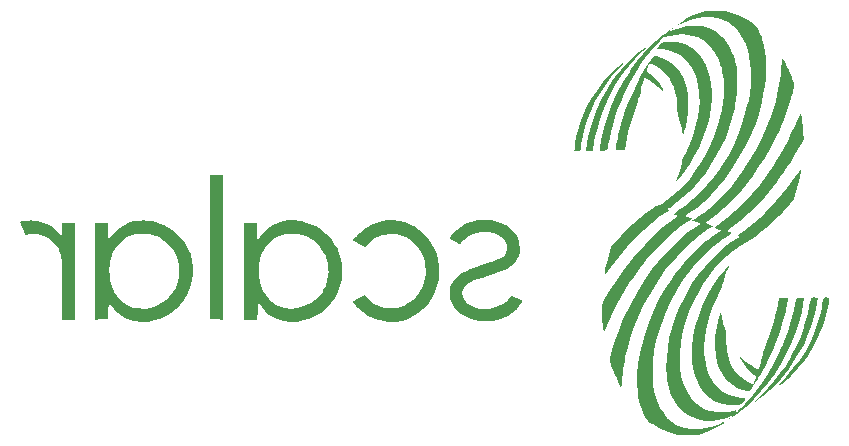
<source format=gbr>
%TF.GenerationSoftware,KiCad,Pcbnew,9.0.1*%
%TF.CreationDate,2025-07-02T23:46:09-04:00*%
%TF.ProjectId,5x5,3578352e-6b69-4636-9164-5f7063625858,rev?*%
%TF.SameCoordinates,Original*%
%TF.FileFunction,Legend,Bot*%
%TF.FilePolarity,Positive*%
%FSLAX46Y46*%
G04 Gerber Fmt 4.6, Leading zero omitted, Abs format (unit mm)*
G04 Created by KiCad (PCBNEW 9.0.1) date 2025-07-02 23:46:09*
%MOMM*%
%LPD*%
G01*
G04 APERTURE LIST*
%ADD10C,0.000000*%
G04 APERTURE END LIST*
D10*
%TO.C,G\u002A\u002A\u002A*%
G36*
X170522174Y-112941732D02*
G01*
X170484891Y-112980080D01*
X170420749Y-113023394D01*
X170400347Y-113023893D01*
X170430277Y-112978965D01*
X170459995Y-112950863D01*
X170513394Y-112927528D01*
X170522174Y-112941732D01*
G37*
G36*
X170656399Y-112824009D02*
G01*
X170658001Y-112856345D01*
X170650841Y-112865813D01*
X170601314Y-112891379D01*
X170589533Y-112888680D01*
X170587932Y-112856345D01*
X170595091Y-112846877D01*
X170644619Y-112821310D01*
X170656399Y-112824009D01*
G37*
G36*
X165840759Y-79819927D02*
G01*
X165834839Y-79835527D01*
X165788208Y-79853862D01*
X165764264Y-79852340D01*
X165735656Y-79840093D01*
X165742110Y-79831025D01*
X165788208Y-79806158D01*
X165815079Y-79800651D01*
X165840759Y-79819927D01*
G37*
G36*
X127758277Y-98352937D02*
G01*
X127758277Y-104484839D01*
X127188966Y-104475213D01*
X126619656Y-104465586D01*
X126610799Y-98343310D01*
X126601942Y-92221034D01*
X127180110Y-92221034D01*
X127758277Y-92221034D01*
X127758277Y-98352937D01*
G37*
G36*
X165995468Y-79691251D02*
G01*
X165976879Y-79720203D01*
X165918758Y-79748759D01*
X165893398Y-79747421D01*
X165878713Y-79738845D01*
X165900033Y-79723273D01*
X165955423Y-79681338D01*
X165976752Y-79665444D01*
X166004880Y-79653412D01*
X165995468Y-79691251D01*
G37*
G36*
X177952276Y-102622442D02*
G01*
X178035964Y-102649874D01*
X178067794Y-102688456D01*
X178067792Y-102688847D01*
X178061949Y-102743482D01*
X178046403Y-102851420D01*
X178023494Y-102997214D01*
X177995560Y-103165418D01*
X177832945Y-103960857D01*
X177583410Y-104856524D01*
X177266914Y-105736348D01*
X176884737Y-106597184D01*
X176438157Y-107435887D01*
X175928452Y-108249310D01*
X175643539Y-108654764D01*
X175298301Y-109102689D01*
X174927479Y-109536398D01*
X174512492Y-109978589D01*
X174339543Y-110153038D01*
X174027433Y-110451252D01*
X173723199Y-110717089D01*
X173406717Y-110967729D01*
X173057863Y-111220350D01*
X172932954Y-111306997D01*
X172822132Y-111382860D01*
X172745073Y-111434443D01*
X172713568Y-111453751D01*
X172718515Y-111447425D01*
X172762741Y-111401793D01*
X172846795Y-111317873D01*
X172963760Y-111202507D01*
X173106718Y-111062535D01*
X173268752Y-110904795D01*
X173282086Y-110891836D01*
X173873045Y-110287706D01*
X174407314Y-109677724D01*
X174897237Y-109045995D01*
X175355154Y-108376626D01*
X175793410Y-107653724D01*
X175917968Y-107430647D01*
X176243320Y-106790776D01*
X176541953Y-106118913D01*
X176809443Y-105427975D01*
X177041364Y-104730881D01*
X177233291Y-104040550D01*
X177380797Y-103369901D01*
X177479459Y-102731851D01*
X177491989Y-102683477D01*
X177536002Y-102644755D01*
X177629863Y-102620966D01*
X177700139Y-102611941D01*
X177834433Y-102608888D01*
X177952276Y-102622442D01*
G37*
G36*
X161664647Y-82737957D02*
G01*
X161629341Y-82790864D01*
X161556395Y-82879643D01*
X161452716Y-82996027D01*
X161325209Y-83131747D01*
X160784692Y-83727229D01*
X160207697Y-84452346D01*
X159695432Y-85203476D01*
X159247233Y-85981905D01*
X158862433Y-86788920D01*
X158540366Y-87625805D01*
X158280366Y-88493847D01*
X158081768Y-89394332D01*
X158074005Y-89437177D01*
X158042283Y-89623479D01*
X158016569Y-89792317D01*
X157999330Y-89926587D01*
X157993035Y-90009187D01*
X157992706Y-90025854D01*
X157978878Y-90121027D01*
X157950994Y-90182028D01*
X157915432Y-90199394D01*
X157824085Y-90217177D01*
X157706420Y-90224069D01*
X157617785Y-90222778D01*
X157540787Y-90213330D01*
X157502161Y-90188876D01*
X157483461Y-90142683D01*
X157480185Y-90108167D01*
X157485410Y-90002331D01*
X157502531Y-89848020D01*
X157529563Y-89657807D01*
X157564521Y-89444263D01*
X157605420Y-89219963D01*
X157650276Y-88997478D01*
X157697104Y-88789381D01*
X157851857Y-88215875D01*
X158131258Y-87403409D01*
X158475575Y-86609220D01*
X158882112Y-85838760D01*
X159348176Y-85097479D01*
X159871074Y-84390828D01*
X159903232Y-84350959D01*
X160092415Y-84126602D01*
X160296601Y-83899363D01*
X160509068Y-83675486D01*
X160723093Y-83461210D01*
X160931954Y-83262778D01*
X161128930Y-83086429D01*
X161307298Y-82938404D01*
X161460335Y-82824946D01*
X161581319Y-82752294D01*
X161663529Y-82726690D01*
X161664647Y-82737957D01*
G37*
G36*
X178897002Y-102603364D02*
G01*
X178985129Y-102629722D01*
X179019528Y-102653009D01*
X179040723Y-102692530D01*
X179044020Y-102763061D01*
X179033023Y-102883722D01*
X179030860Y-102902574D01*
X178992840Y-103156519D01*
X178934667Y-103457326D01*
X178860620Y-103787783D01*
X178774980Y-104130679D01*
X178682028Y-104468801D01*
X178586044Y-104784938D01*
X178491309Y-105061880D01*
X178389197Y-105329619D01*
X178054603Y-106095621D01*
X177669224Y-106824143D01*
X177225571Y-107529781D01*
X177222582Y-107534176D01*
X176968050Y-107890691D01*
X176690896Y-108247816D01*
X176399295Y-108596759D01*
X176101424Y-108928730D01*
X175805458Y-109234938D01*
X175519574Y-109506592D01*
X175251947Y-109734903D01*
X175010754Y-109911080D01*
X174998042Y-109919371D01*
X174871694Y-109998996D01*
X174792377Y-110041507D01*
X174751261Y-110050802D01*
X174739518Y-110030776D01*
X174760877Y-110001928D01*
X174824007Y-109930850D01*
X174921235Y-109826137D01*
X175044840Y-109696101D01*
X175187099Y-109549052D01*
X175403965Y-109321549D01*
X176016001Y-108615966D01*
X176564419Y-107881422D01*
X177049753Y-107117026D01*
X177472536Y-106321889D01*
X177833303Y-105495119D01*
X178132588Y-104635826D01*
X178184726Y-104458477D01*
X178268080Y-104147279D01*
X178348303Y-103817068D01*
X178420541Y-103489183D01*
X178479937Y-103184963D01*
X178521639Y-102925746D01*
X178526698Y-102890815D01*
X178551002Y-102761984D01*
X178577991Y-102665377D01*
X178602702Y-102619730D01*
X178671029Y-102598957D01*
X178781406Y-102592824D01*
X178897002Y-102603364D01*
G37*
G36*
X163558223Y-81399989D02*
G01*
X163510230Y-81460503D01*
X163413384Y-81565574D01*
X163267199Y-81716606D01*
X163071186Y-81915000D01*
X163006058Y-81981046D01*
X162802163Y-82193136D01*
X162593741Y-82416865D01*
X162394513Y-82637140D01*
X162218197Y-82838871D01*
X162078512Y-83006965D01*
X162031437Y-83066236D01*
X161461265Y-83840048D01*
X160941927Y-84651654D01*
X160476618Y-85494305D01*
X160068536Y-86361254D01*
X159720880Y-87245754D01*
X159436846Y-88141055D01*
X159219632Y-89040410D01*
X159209343Y-89091711D01*
X159169901Y-89300662D01*
X159134908Y-89504245D01*
X159107845Y-89681425D01*
X159092187Y-89811169D01*
X159078115Y-89945751D01*
X159055487Y-90067218D01*
X159021804Y-90141508D01*
X158970530Y-90181528D01*
X158895127Y-90200181D01*
X158868575Y-90203176D01*
X158752702Y-90206492D01*
X158631959Y-90198828D01*
X158531291Y-90182569D01*
X158475643Y-90160098D01*
X158471502Y-90140567D01*
X158474305Y-90060979D01*
X158487161Y-89932824D01*
X158508299Y-89768595D01*
X158535944Y-89580782D01*
X158568324Y-89381875D01*
X158603666Y-89184367D01*
X158640196Y-89000747D01*
X158777010Y-88425529D01*
X159040428Y-87555514D01*
X159367419Y-86697385D01*
X159754079Y-85859354D01*
X160196503Y-85049631D01*
X160690787Y-84276429D01*
X161233027Y-83547957D01*
X161409833Y-83331910D01*
X161829312Y-82854240D01*
X162251596Y-82425181D01*
X162690647Y-82031043D01*
X163160423Y-81658138D01*
X163271422Y-81575447D01*
X163413964Y-81471761D01*
X163509603Y-81407021D01*
X163557852Y-81382630D01*
X163558223Y-81399989D01*
G37*
G36*
X111718180Y-96102937D02*
G01*
X112016794Y-96130305D01*
X112286137Y-96184104D01*
X112549725Y-96269554D01*
X112831078Y-96391878D01*
X112999332Y-96477059D01*
X113292182Y-96655711D01*
X113559943Y-96866340D01*
X113826063Y-97126253D01*
X114094828Y-97411952D01*
X114094828Y-96866010D01*
X114094828Y-96320069D01*
X114655380Y-96320069D01*
X115215932Y-96320069D01*
X115215932Y-100401586D01*
X115215932Y-104483103D01*
X114657035Y-104483103D01*
X114098139Y-104483103D01*
X114086406Y-101864276D01*
X114086099Y-101795423D01*
X114083916Y-101297595D01*
X114081809Y-100863898D01*
X114079372Y-100489070D01*
X114076200Y-100167851D01*
X114071886Y-99894980D01*
X114066027Y-99665197D01*
X114058214Y-99473240D01*
X114048044Y-99313849D01*
X114035109Y-99181763D01*
X114019005Y-99071721D01*
X113999326Y-98978462D01*
X113975665Y-98896727D01*
X113947618Y-98821252D01*
X113914778Y-98746779D01*
X113876740Y-98668046D01*
X113833098Y-98579793D01*
X113807885Y-98530031D01*
X113598365Y-98199777D01*
X113340335Y-97911285D01*
X113041807Y-97668541D01*
X112710789Y-97475531D01*
X112355289Y-97336239D01*
X111983319Y-97254652D01*
X111602886Y-97234754D01*
X111222001Y-97280531D01*
X111107413Y-97303959D01*
X111024020Y-97319512D01*
X110990987Y-97323594D01*
X110980295Y-97301304D01*
X110947399Y-97223613D01*
X110898684Y-97104248D01*
X110839405Y-96956540D01*
X110774822Y-96793819D01*
X110710191Y-96629415D01*
X110650770Y-96476660D01*
X110601817Y-96348882D01*
X110568590Y-96259414D01*
X110556346Y-96221585D01*
X110560932Y-96210128D01*
X110616978Y-96179793D01*
X110728050Y-96152107D01*
X110883132Y-96128522D01*
X111071208Y-96110490D01*
X111281261Y-96099464D01*
X111502277Y-96096895D01*
X111718180Y-96102937D01*
G37*
G36*
X166164403Y-80998653D02*
G01*
X166610716Y-81100816D01*
X167029274Y-81264844D01*
X167417454Y-81488893D01*
X167772630Y-81771117D01*
X168092177Y-82109674D01*
X168373469Y-82502719D01*
X168613882Y-82948408D01*
X168810790Y-83444896D01*
X168956598Y-83970898D01*
X169059395Y-84572826D01*
X169106212Y-85203238D01*
X169098445Y-85857021D01*
X169037489Y-86529060D01*
X168924739Y-87214241D01*
X168761590Y-87907451D01*
X168549436Y-88603575D01*
X168289674Y-89297500D01*
X167983698Y-89984112D01*
X167632903Y-90658296D01*
X167238684Y-91314939D01*
X166802437Y-91948927D01*
X166325556Y-92555145D01*
X166266043Y-92624109D01*
X166174205Y-92723190D01*
X166102596Y-92791295D01*
X166063070Y-92816621D01*
X166059637Y-92815912D01*
X166056412Y-92777890D01*
X166085015Y-92687138D01*
X166143264Y-92550894D01*
X166253479Y-92289404D01*
X166379241Y-91934111D01*
X166490284Y-91557893D01*
X166578071Y-91187517D01*
X166581067Y-91172936D01*
X166627577Y-90971045D01*
X166679401Y-90806055D01*
X166747905Y-90647059D01*
X166844454Y-90463150D01*
X166889420Y-90380745D01*
X167168977Y-89812000D01*
X167416453Y-89208607D01*
X167628976Y-88582196D01*
X167803675Y-87944397D01*
X167937679Y-87306841D01*
X168028116Y-86681158D01*
X168072114Y-86078978D01*
X168066804Y-85511931D01*
X168045665Y-85236705D01*
X167965207Y-84673465D01*
X167838570Y-84149112D01*
X167667867Y-83666301D01*
X167455209Y-83227688D01*
X167202707Y-82835926D01*
X166912473Y-82493670D01*
X166586619Y-82203575D01*
X166227256Y-81968295D01*
X165836497Y-81790485D01*
X165416452Y-81672799D01*
X164969233Y-81617892D01*
X164825274Y-81610755D01*
X164673046Y-81601315D01*
X164574777Y-81589197D01*
X164521066Y-81570456D01*
X164502512Y-81541152D01*
X164509712Y-81497341D01*
X164533266Y-81435081D01*
X164608984Y-81283172D01*
X164715869Y-81159496D01*
X164859183Y-81071419D01*
X165049472Y-81012612D01*
X165297283Y-80976750D01*
X165692963Y-80960198D01*
X166164403Y-80998653D01*
G37*
G36*
X170605449Y-99871219D02*
G01*
X170600855Y-99884224D01*
X170572913Y-99948718D01*
X170525241Y-100053799D01*
X170464374Y-100184932D01*
X170352849Y-100443966D01*
X170221590Y-100802868D01*
X170105444Y-101180021D01*
X170013852Y-101546883D01*
X169978640Y-101691148D01*
X169908984Y-101905697D01*
X169831653Y-102070875D01*
X169524140Y-102637537D01*
X169225761Y-103294535D01*
X168972538Y-103975621D01*
X168767010Y-104670856D01*
X168611714Y-105370302D01*
X168509186Y-106064017D01*
X168461965Y-106742063D01*
X168472589Y-107394499D01*
X168497728Y-107681822D01*
X168584682Y-108220971D01*
X168719693Y-108725697D01*
X168900509Y-109192036D01*
X169124875Y-109616018D01*
X169390537Y-109993678D01*
X169695241Y-110321048D01*
X170036733Y-110594161D01*
X170412759Y-110809051D01*
X170627426Y-110902308D01*
X170915090Y-110998686D01*
X171215262Y-111062782D01*
X171555527Y-111101659D01*
X171652435Y-111109917D01*
X171785758Y-111124105D01*
X171881298Y-111137905D01*
X171922986Y-111149239D01*
X171924376Y-111179855D01*
X171896163Y-111253621D01*
X171844960Y-111349752D01*
X171781684Y-111449844D01*
X171717250Y-111535493D01*
X171662575Y-111588295D01*
X171635258Y-111604092D01*
X171533722Y-111649218D01*
X171416546Y-111688953D01*
X171396941Y-111693983D01*
X171255520Y-111714401D01*
X171066195Y-111724195D01*
X170846863Y-111724033D01*
X170615419Y-111714580D01*
X170389760Y-111696506D01*
X170187782Y-111670476D01*
X170027380Y-111637158D01*
X169743568Y-111546462D01*
X169320420Y-111356261D01*
X168938766Y-111111159D01*
X168598205Y-110810653D01*
X168298339Y-110454243D01*
X168038769Y-110041426D01*
X167819095Y-109571700D01*
X167638917Y-109044564D01*
X167497837Y-108459517D01*
X167483419Y-108375628D01*
X167457410Y-108143629D01*
X167440215Y-107864194D01*
X167431719Y-107552594D01*
X167431810Y-107224098D01*
X167440374Y-106893977D01*
X167457297Y-106577499D01*
X167482467Y-106289934D01*
X167515769Y-106046553D01*
X167529835Y-105966530D01*
X167727291Y-105052115D01*
X167986891Y-104169870D01*
X168309009Y-103318896D01*
X168694023Y-102498295D01*
X169142310Y-101707169D01*
X169654245Y-100944621D01*
X169749807Y-100815126D01*
X169903384Y-100614597D01*
X170055141Y-100424673D01*
X170199329Y-100251841D01*
X170330197Y-100102593D01*
X170441994Y-99983417D01*
X170528968Y-99900803D01*
X170585370Y-99861241D01*
X170605449Y-99871219D01*
G37*
G36*
X142658604Y-96140119D02*
G01*
X143140413Y-96258168D01*
X143605602Y-96441071D01*
X143872594Y-96579927D01*
X144312443Y-96867970D01*
X144708991Y-97205898D01*
X145059494Y-97588395D01*
X145361209Y-98010145D01*
X145611391Y-98465831D01*
X145807297Y-98950138D01*
X145946182Y-99457748D01*
X146025304Y-99983346D01*
X146041918Y-100521616D01*
X145993281Y-101067241D01*
X145984519Y-101123416D01*
X145865216Y-101658229D01*
X145685357Y-102159054D01*
X145443500Y-102628735D01*
X145138204Y-103070118D01*
X144768028Y-103486048D01*
X144659751Y-103591105D01*
X144251377Y-103930631D01*
X143816224Y-104208894D01*
X143358363Y-104423891D01*
X142881865Y-104573616D01*
X142390802Y-104656066D01*
X142364036Y-104658661D01*
X142199524Y-104674289D01*
X142079246Y-104683542D01*
X141980695Y-104686466D01*
X141881362Y-104683110D01*
X141758741Y-104673520D01*
X141590325Y-104657744D01*
X141451054Y-104642101D01*
X140942791Y-104541462D01*
X140458093Y-104375068D01*
X139998287Y-104143556D01*
X139564698Y-103847565D01*
X139158651Y-103487732D01*
X139023283Y-103349788D01*
X138873313Y-103186805D01*
X138776125Y-103065768D01*
X138732278Y-102987392D01*
X138742328Y-102952395D01*
X138756511Y-102945849D01*
X138824722Y-102910610D01*
X138936845Y-102850845D01*
X139081345Y-102772727D01*
X139246687Y-102682432D01*
X139716753Y-102424521D01*
X139947377Y-102657583D01*
X140175455Y-102865553D01*
X140540914Y-103125040D01*
X140937096Y-103328991D01*
X141351675Y-103470271D01*
X141502679Y-103498205D01*
X141733267Y-103517562D01*
X141990925Y-103520573D01*
X142253069Y-103507795D01*
X142497117Y-103479781D01*
X142700483Y-103437089D01*
X143044322Y-103313392D01*
X143423261Y-103111755D01*
X143771213Y-102854930D01*
X144082667Y-102549244D01*
X144352115Y-102201026D01*
X144574045Y-101816605D01*
X144742950Y-101402307D01*
X144853318Y-100964462D01*
X144862075Y-100908076D01*
X144881393Y-100695229D01*
X144888632Y-100447186D01*
X144884061Y-100189536D01*
X144867949Y-99947868D01*
X144840563Y-99747771D01*
X144794850Y-99545545D01*
X144652328Y-99119389D01*
X144456268Y-98722307D01*
X144212039Y-98359893D01*
X143925008Y-98037740D01*
X143600544Y-97761441D01*
X143244016Y-97536590D01*
X142860792Y-97368779D01*
X142456240Y-97263603D01*
X142424587Y-97258474D01*
X142191946Y-97237482D01*
X141927433Y-97236270D01*
X141656181Y-97253382D01*
X141403325Y-97287361D01*
X141194001Y-97336750D01*
X140989977Y-97409371D01*
X140587217Y-97603714D01*
X140218914Y-97851830D01*
X139896977Y-98146286D01*
X139724988Y-98330156D01*
X139224706Y-98069595D01*
X139112483Y-98010524D01*
X138958339Y-97927098D01*
X138835290Y-97857668D01*
X138753779Y-97808179D01*
X138724247Y-97784577D01*
X138728382Y-97771295D01*
X138769164Y-97709401D01*
X138845391Y-97614285D01*
X138946990Y-97497341D01*
X139063888Y-97369967D01*
X139186012Y-97243558D01*
X139303288Y-97129510D01*
X139407500Y-97035784D01*
X139810009Y-96731158D01*
X140244808Y-96483560D01*
X140704910Y-96294108D01*
X141183327Y-96163919D01*
X141673074Y-96094113D01*
X142167162Y-96085807D01*
X142658604Y-96140119D01*
G37*
G36*
X137831238Y-100594276D02*
G01*
X137767524Y-101094972D01*
X137636595Y-101635795D01*
X137443756Y-102144035D01*
X137189187Y-102619300D01*
X136873072Y-103061196D01*
X136495592Y-103469332D01*
X136411758Y-103547774D01*
X135980369Y-103896244D01*
X135518365Y-104181690D01*
X135025890Y-104404046D01*
X134503085Y-104563245D01*
X133950093Y-104659221D01*
X133863261Y-104667932D01*
X133411220Y-104678342D01*
X132963634Y-104632575D01*
X132532697Y-104533283D01*
X132130605Y-104383122D01*
X131769550Y-104184743D01*
X131592794Y-104056708D01*
X131289997Y-103780030D01*
X130996873Y-103436748D01*
X130711992Y-103025295D01*
X130695608Y-103009622D01*
X130682995Y-103029847D01*
X130674836Y-103096462D01*
X130670211Y-103217355D01*
X130668199Y-103400411D01*
X130666303Y-103560461D01*
X130660842Y-103781648D01*
X130652877Y-103992204D01*
X130643375Y-104162411D01*
X130620612Y-104483103D01*
X130065306Y-104483103D01*
X129510001Y-104483103D01*
X129510001Y-100401586D01*
X129510001Y-100387416D01*
X130736208Y-100387416D01*
X130752696Y-100765544D01*
X130822349Y-101235080D01*
X130943774Y-101673290D01*
X131114006Y-102076065D01*
X131330080Y-102439294D01*
X131589034Y-102758867D01*
X131887902Y-103030675D01*
X132223720Y-103250606D01*
X132593524Y-103414551D01*
X132994350Y-103518400D01*
X133000233Y-103519420D01*
X133464195Y-103565699D01*
X133917986Y-103543061D01*
X134359556Y-103451763D01*
X134786854Y-103292065D01*
X135161412Y-103091488D01*
X135537439Y-102819584D01*
X135865742Y-102497425D01*
X136149310Y-102122447D01*
X136211618Y-102023648D01*
X136412160Y-101641089D01*
X136550723Y-101248937D01*
X136631087Y-100834246D01*
X136657035Y-100384069D01*
X136655735Y-100292547D01*
X136645235Y-100085047D01*
X136626351Y-99885807D01*
X136601678Y-99725695D01*
X136562916Y-99560032D01*
X136415906Y-99131374D01*
X136210982Y-98731605D01*
X135953770Y-98366254D01*
X135649898Y-98040846D01*
X135304991Y-97760907D01*
X134924675Y-97531964D01*
X134514577Y-97359543D01*
X134080324Y-97249170D01*
X133973430Y-97232229D01*
X133521496Y-97199346D01*
X133091919Y-97230349D01*
X132687928Y-97322207D01*
X132312753Y-97471891D01*
X131969622Y-97676369D01*
X131661765Y-97932612D01*
X131392411Y-98237588D01*
X131164789Y-98588268D01*
X130982128Y-98981622D01*
X130847659Y-99414617D01*
X130764609Y-99884226D01*
X130736208Y-100387416D01*
X129510001Y-100387416D01*
X129510001Y-96320069D01*
X130075825Y-96320069D01*
X130641649Y-96320069D01*
X130619595Y-97064552D01*
X130617453Y-97138435D01*
X130611651Y-97371586D01*
X130609441Y-97543084D01*
X130611028Y-97659504D01*
X130616614Y-97727421D01*
X130626404Y-97753407D01*
X130640599Y-97744037D01*
X130830146Y-97477674D01*
X131167480Y-97087705D01*
X131533983Y-96761103D01*
X131929089Y-96498168D01*
X132352231Y-96299198D01*
X132802843Y-96164491D01*
X133280357Y-96094346D01*
X133784208Y-96089060D01*
X133910352Y-96097345D01*
X134108301Y-96115641D01*
X134291517Y-96138184D01*
X134432346Y-96161867D01*
X134610610Y-96203191D01*
X135128823Y-96369696D01*
X135614555Y-96596782D01*
X136064244Y-96881621D01*
X136474327Y-97221385D01*
X136841240Y-97613248D01*
X137161422Y-98054381D01*
X137431309Y-98541957D01*
X137576095Y-98891681D01*
X137704260Y-99316397D01*
X137792145Y-99755281D01*
X137835791Y-100188014D01*
X137833594Y-100384069D01*
X137831238Y-100594276D01*
G37*
G36*
X175134105Y-82417405D02*
G01*
X175191481Y-82517551D01*
X175279638Y-82684069D01*
X175382659Y-82888060D01*
X175493526Y-83114920D01*
X175605218Y-83350044D01*
X175710718Y-83578830D01*
X175803005Y-83786674D01*
X175875060Y-83958972D01*
X175931683Y-84104796D01*
X176002940Y-84313109D01*
X176045479Y-84492600D01*
X176060351Y-84662237D01*
X176048608Y-84840991D01*
X176011299Y-85047830D01*
X175949477Y-85301724D01*
X175923482Y-85399324D01*
X175831871Y-85718827D01*
X175720582Y-86079478D01*
X175595461Y-86463973D01*
X175462355Y-86855006D01*
X175327111Y-87235271D01*
X175195574Y-87587463D01*
X175073593Y-87894276D01*
X174855647Y-88399185D01*
X174475221Y-89202005D01*
X174055463Y-90004971D01*
X173608466Y-90785334D01*
X173146319Y-91520345D01*
X173143800Y-91524156D01*
X172567932Y-92356787D01*
X171983906Y-93123555D01*
X171387889Y-93828518D01*
X170776045Y-94475732D01*
X170144543Y-95069254D01*
X169489546Y-95613139D01*
X168807223Y-96111445D01*
X168532996Y-96298992D01*
X168842257Y-96415490D01*
X168914556Y-96442701D01*
X169046922Y-96492392D01*
X169149034Y-96530558D01*
X169203239Y-96550592D01*
X169217584Y-96559292D01*
X169206430Y-96590449D01*
X169133170Y-96641667D01*
X168797215Y-96850323D01*
X168135048Y-97312717D01*
X167486353Y-97833418D01*
X166861190Y-98404621D01*
X166674974Y-98588377D01*
X166139470Y-99149243D01*
X165644245Y-99721895D01*
X165173199Y-100325608D01*
X164710233Y-100979655D01*
X164522480Y-101261261D01*
X163930953Y-102214608D01*
X163405920Y-103171790D01*
X162944704Y-104138732D01*
X162544625Y-105121359D01*
X162203005Y-106125594D01*
X161917166Y-107157362D01*
X161881648Y-107302776D01*
X161795687Y-107673832D01*
X161723146Y-108022283D01*
X161661605Y-108363572D01*
X161608643Y-108713144D01*
X161561840Y-109086443D01*
X161518777Y-109498913D01*
X161477032Y-109966000D01*
X161453528Y-110246276D01*
X161199149Y-109738276D01*
X161183685Y-109707215D01*
X161070962Y-109472535D01*
X160950654Y-109210257D01*
X160836215Y-108950223D01*
X160741098Y-108722276D01*
X160675762Y-108557218D01*
X160614162Y-108391994D01*
X160572498Y-108261502D01*
X160546302Y-108149205D01*
X160531106Y-108038567D01*
X160522442Y-107913052D01*
X160518549Y-107812332D01*
X160519758Y-107701195D01*
X160530674Y-107594724D01*
X160554202Y-107475065D01*
X160593246Y-107324367D01*
X160650713Y-107124776D01*
X160763884Y-106752123D01*
X161165014Y-105586720D01*
X161628830Y-104449996D01*
X162153982Y-103344652D01*
X162739122Y-102273392D01*
X163382902Y-101238917D01*
X164083974Y-100243931D01*
X164584342Y-99602441D01*
X165195979Y-98887551D01*
X165820806Y-98230199D01*
X166455648Y-97633517D01*
X167097328Y-97100636D01*
X167742673Y-96634691D01*
X167750673Y-96629352D01*
X167919099Y-96517191D01*
X168030957Y-96437035D01*
X168086173Y-96379805D01*
X168084674Y-96336420D01*
X168026387Y-96297801D01*
X167911240Y-96254868D01*
X167739158Y-96198541D01*
X167678808Y-96178373D01*
X167562706Y-96137589D01*
X167484606Y-96107266D01*
X167458882Y-96092824D01*
X167476791Y-96080273D01*
X167544732Y-96034248D01*
X167653926Y-95960882D01*
X167794523Y-95866787D01*
X167956676Y-95758577D01*
X168018329Y-95717148D01*
X168225070Y-95574339D01*
X168438422Y-95422049D01*
X168636521Y-95276046D01*
X168797503Y-95152102D01*
X168850145Y-95109370D01*
X169050541Y-94936347D01*
X169282962Y-94722985D01*
X169537351Y-94479485D01*
X169803652Y-94216046D01*
X170071810Y-93942868D01*
X170331769Y-93670151D01*
X170573472Y-93408093D01*
X170786864Y-93166896D01*
X170961889Y-92956759D01*
X170986972Y-92925239D01*
X171664258Y-92019364D01*
X172286846Y-91077658D01*
X172852553Y-90104745D01*
X173359194Y-89105247D01*
X173804586Y-88083787D01*
X174186545Y-87044987D01*
X174502889Y-85993471D01*
X174751434Y-84933862D01*
X174812230Y-84616493D01*
X174887503Y-84160379D01*
X174948680Y-83696479D01*
X174998382Y-83204124D01*
X175039227Y-82662646D01*
X175062778Y-82300810D01*
X175134105Y-82417405D01*
G37*
G36*
X125187393Y-100576759D02*
G01*
X125176578Y-100740429D01*
X125122291Y-101168469D01*
X125027884Y-101568380D01*
X124887247Y-101962419D01*
X124694269Y-102372842D01*
X124437345Y-102801075D01*
X124111952Y-103216696D01*
X123737776Y-103589163D01*
X123320942Y-103914293D01*
X122867573Y-104187901D01*
X122383794Y-104405805D01*
X121875730Y-104563819D01*
X121349505Y-104657760D01*
X121201777Y-104669588D01*
X120938113Y-104674708D01*
X120656102Y-104665085D01*
X120384927Y-104641966D01*
X120153770Y-104606600D01*
X119962649Y-104560076D01*
X119559082Y-104411292D01*
X119175512Y-104201356D01*
X118820244Y-103936063D01*
X118501580Y-103621206D01*
X118227826Y-103262581D01*
X118187282Y-103201459D01*
X118117710Y-103100007D01*
X118068684Y-103033242D01*
X118048896Y-103013277D01*
X118048458Y-103016661D01*
X118045567Y-103070672D01*
X118041157Y-103181410D01*
X118035608Y-103338215D01*
X118029302Y-103530425D01*
X118022620Y-103747379D01*
X118001173Y-104465586D01*
X117431863Y-104475213D01*
X116862552Y-104484839D01*
X116862552Y-100402454D01*
X116862552Y-100384069D01*
X118113019Y-100384069D01*
X118113055Y-100439387D01*
X118114581Y-100659816D01*
X118119515Y-100830412D01*
X118129451Y-100967827D01*
X118145983Y-101088715D01*
X118170703Y-101209728D01*
X118205206Y-101347517D01*
X118229433Y-101432142D01*
X118299773Y-101639921D01*
X118384828Y-101857004D01*
X118471241Y-102048207D01*
X118527516Y-102156684D01*
X118767020Y-102532063D01*
X119047985Y-102851933D01*
X119369123Y-103115187D01*
X119729145Y-103320723D01*
X120126763Y-103467434D01*
X120358668Y-103516024D01*
X120636803Y-103547214D01*
X120930800Y-103558821D01*
X121214412Y-103549826D01*
X121461395Y-103519210D01*
X121662106Y-103473811D01*
X122089257Y-103326590D01*
X122490609Y-103118462D01*
X122859788Y-102854368D01*
X123190422Y-102539247D01*
X123476138Y-102178039D01*
X123710561Y-101775687D01*
X123746929Y-101698943D01*
X123908201Y-101264440D01*
X124003699Y-100814868D01*
X124033375Y-100357945D01*
X123997185Y-99901387D01*
X123895083Y-99452911D01*
X123727021Y-99020233D01*
X123547600Y-98688135D01*
X123319520Y-98368036D01*
X123041286Y-98069644D01*
X122763196Y-97827064D01*
X122455362Y-97616143D01*
X122122206Y-97449144D01*
X121742736Y-97313851D01*
X121687366Y-97297483D01*
X121559380Y-97263944D01*
X121438623Y-97241468D01*
X121305778Y-97227778D01*
X121141527Y-97220598D01*
X120926552Y-97217650D01*
X120883135Y-97217416D01*
X120675600Y-97218482D01*
X120516123Y-97224912D01*
X120386087Y-97238528D01*
X120266871Y-97261151D01*
X120139855Y-97294602D01*
X119793763Y-97419664D01*
X119423142Y-97620087D01*
X119092350Y-97876551D01*
X118803307Y-98186945D01*
X118557932Y-98549161D01*
X118358142Y-98961089D01*
X118205857Y-99420621D01*
X118196380Y-99456693D01*
X118164239Y-99588383D01*
X118141532Y-99707075D01*
X118126657Y-99829379D01*
X118118013Y-99971906D01*
X118114001Y-100151266D01*
X118113019Y-100384069D01*
X116862552Y-100384069D01*
X116862552Y-96320069D01*
X117431863Y-96320010D01*
X118001173Y-96319951D01*
X117982854Y-97046975D01*
X117981260Y-97111110D01*
X117976327Y-97322934D01*
X117972549Y-97506672D01*
X117970109Y-97651834D01*
X117969190Y-97747933D01*
X117969975Y-97784477D01*
X117978216Y-97777565D01*
X118018715Y-97726951D01*
X118084893Y-97637710D01*
X118167809Y-97521718D01*
X118190838Y-97489408D01*
X118498801Y-97119567D01*
X118851852Y-96797989D01*
X119242858Y-96529630D01*
X119664686Y-96319445D01*
X120110202Y-96172390D01*
X120213044Y-96150549D01*
X120453900Y-96118068D01*
X120731900Y-96098763D01*
X121026115Y-96092825D01*
X121315612Y-96100442D01*
X121579460Y-96121805D01*
X121796726Y-96157103D01*
X122259866Y-96284152D01*
X122733792Y-96470942D01*
X123170780Y-96710333D01*
X123580983Y-97007975D01*
X123974552Y-97369521D01*
X124177343Y-97589346D01*
X124507925Y-98023077D01*
X124774483Y-98484784D01*
X124976363Y-98972735D01*
X125112911Y-99485201D01*
X125183472Y-100020452D01*
X125185851Y-100357945D01*
X125187393Y-100576759D01*
G37*
G36*
X175290872Y-102627609D02*
G01*
X175424507Y-102634496D01*
X175520347Y-102645923D01*
X175562263Y-102660396D01*
X175566575Y-102683734D01*
X175560880Y-102771894D01*
X175540523Y-102913269D01*
X175507482Y-103098700D01*
X175463734Y-103319030D01*
X175411256Y-103565103D01*
X175352024Y-103827761D01*
X175288016Y-104097848D01*
X175221210Y-104366206D01*
X175153582Y-104623678D01*
X175087109Y-104861107D01*
X174995116Y-105162956D01*
X174785701Y-105776144D01*
X174540157Y-106416237D01*
X174265612Y-107066699D01*
X173969196Y-107710997D01*
X173658037Y-108332597D01*
X173339264Y-108914965D01*
X173242226Y-109079858D01*
X173125076Y-109272055D01*
X172996901Y-109477040D01*
X172863662Y-109685749D01*
X172731317Y-109889119D01*
X172605824Y-110078085D01*
X172493142Y-110243584D01*
X172399230Y-110376553D01*
X172330047Y-110467926D01*
X172291550Y-110508642D01*
X172228165Y-110533358D01*
X172128660Y-110539710D01*
X171990941Y-110519951D01*
X171802000Y-110473136D01*
X171675441Y-110435242D01*
X171255733Y-110264654D01*
X170874795Y-110036503D01*
X170533655Y-109752081D01*
X170233339Y-109412680D01*
X169974876Y-109019590D01*
X169759293Y-108574103D01*
X169587617Y-108077510D01*
X169460877Y-107531103D01*
X169450691Y-107468467D01*
X169426787Y-107251304D01*
X169410196Y-106988708D01*
X169401085Y-106698607D01*
X169399625Y-106398930D01*
X169405985Y-106107605D01*
X169420334Y-105842560D01*
X169442841Y-105621724D01*
X169451582Y-105559989D01*
X169527689Y-105106635D01*
X169621885Y-104663204D01*
X169727900Y-104259659D01*
X169786692Y-104070023D01*
X169834280Y-103941702D01*
X169870790Y-103876744D01*
X169897731Y-103872480D01*
X169916613Y-103926243D01*
X169927276Y-103983896D01*
X169948224Y-104098098D01*
X169975666Y-104248227D01*
X170006420Y-104416894D01*
X170029120Y-104531540D01*
X170083302Y-104767167D01*
X170146817Y-105010060D01*
X170210178Y-105222688D01*
X170226149Y-105272068D01*
X170277638Y-105439367D01*
X170310155Y-105569725D01*
X170327475Y-105686434D01*
X170333372Y-105812785D01*
X170331622Y-105972069D01*
X170331004Y-106167061D01*
X170344305Y-106497788D01*
X170373013Y-106834684D01*
X170414774Y-107152504D01*
X170467231Y-107426000D01*
X170590509Y-107856964D01*
X170776063Y-108310947D01*
X171006387Y-108718299D01*
X171279118Y-109075980D01*
X171591892Y-109380947D01*
X171942345Y-109630160D01*
X172328114Y-109820578D01*
X172339001Y-109824896D01*
X172454682Y-109869674D01*
X172541603Y-109901400D01*
X172581674Y-109913448D01*
X172599345Y-109898335D01*
X172640438Y-109833475D01*
X172692753Y-109733813D01*
X172747935Y-109617243D01*
X172797627Y-109501657D01*
X172833473Y-109404949D01*
X172847119Y-109345012D01*
X172845565Y-109308919D01*
X172830350Y-109250206D01*
X172788987Y-109197600D01*
X172709475Y-109138280D01*
X172579812Y-109059425D01*
X172416891Y-108946441D01*
X172205065Y-108753434D01*
X171997450Y-108517043D01*
X171805856Y-108250999D01*
X171642092Y-107969034D01*
X171565092Y-107811059D01*
X171523682Y-107704544D01*
X171522310Y-107654575D01*
X171562170Y-107659870D01*
X171644451Y-107719148D01*
X171770346Y-107831128D01*
X172021180Y-108051309D01*
X172290941Y-108264471D01*
X172557692Y-108453899D01*
X172800920Y-108604208D01*
X172913075Y-108664559D01*
X172992888Y-108698686D01*
X173041992Y-108703443D01*
X173075268Y-108683109D01*
X173097561Y-108642774D01*
X173136193Y-108538876D01*
X173184904Y-108383728D01*
X173241019Y-108186780D01*
X173301866Y-107957482D01*
X173364770Y-107705287D01*
X173427058Y-107439644D01*
X173460779Y-107299671D01*
X173516450Y-107097130D01*
X173585959Y-106873976D01*
X173672912Y-106619331D01*
X173780913Y-106322321D01*
X173913567Y-105972069D01*
X174043440Y-105613801D01*
X174190358Y-105163889D01*
X174333797Y-104680561D01*
X174468350Y-104182995D01*
X174588607Y-103690369D01*
X174689160Y-103221862D01*
X174698056Y-103177270D01*
X174734562Y-103002932D01*
X174768496Y-102853419D01*
X174796405Y-102743410D01*
X174814835Y-102687586D01*
X174825672Y-102671389D01*
X174860284Y-102648360D01*
X174924179Y-102634628D01*
X175030936Y-102627998D01*
X175194131Y-102626276D01*
X175290872Y-102627609D01*
G37*
G36*
X164463552Y-82196635D02*
G01*
X164650085Y-82243031D01*
X164857749Y-82309731D01*
X165072478Y-82392661D01*
X165280208Y-82487744D01*
X165411824Y-82555541D01*
X165557951Y-82640202D01*
X165684577Y-82729924D01*
X165813543Y-82840630D01*
X165966692Y-82988246D01*
X166084524Y-83110788D01*
X166387593Y-83489346D01*
X166638287Y-83908608D01*
X166837856Y-84371307D01*
X166987551Y-84880172D01*
X167088622Y-85437934D01*
X167114266Y-85709187D01*
X167127432Y-86038618D01*
X167127165Y-86394374D01*
X167113889Y-86754874D01*
X167088026Y-87098540D01*
X167050003Y-87403793D01*
X167033103Y-87506095D01*
X166991612Y-87729702D01*
X166944110Y-87957252D01*
X166893285Y-88178339D01*
X166841824Y-88382560D01*
X166792415Y-88559510D01*
X166747748Y-88698785D01*
X166710511Y-88789979D01*
X166683391Y-88822690D01*
X166669625Y-88808108D01*
X166647211Y-88741340D01*
X166628041Y-88638759D01*
X166599887Y-88475048D01*
X166553761Y-88259936D01*
X166495604Y-88019224D01*
X166430685Y-87773689D01*
X166364271Y-87544103D01*
X166301627Y-87351241D01*
X166292661Y-87325618D01*
X166255024Y-87210821D01*
X166227873Y-87106824D01*
X166208939Y-86997454D01*
X166195954Y-86866539D01*
X166186650Y-86697904D01*
X166178756Y-86475379D01*
X166175202Y-86379708D01*
X166162842Y-86152336D01*
X166146050Y-85931369D01*
X166126572Y-85738026D01*
X166106156Y-85593528D01*
X166031846Y-85254835D01*
X165883004Y-84789186D01*
X165688523Y-84356058D01*
X165452690Y-83963324D01*
X165179792Y-83618856D01*
X164874114Y-83330530D01*
X164810277Y-83281561D01*
X164636098Y-83163998D01*
X164444491Y-83052086D01*
X164253546Y-82955288D01*
X164081349Y-82883069D01*
X163945988Y-82844894D01*
X163824340Y-82825153D01*
X163707561Y-83090883D01*
X163690723Y-83129697D01*
X163630971Y-83287515D01*
X163610966Y-83402071D01*
X163633576Y-83487208D01*
X163701669Y-83556773D01*
X163818113Y-83624609D01*
X163907442Y-83678143D01*
X164065485Y-83799730D01*
X164237770Y-83957320D01*
X164410280Y-84136904D01*
X164569003Y-84324474D01*
X164699925Y-84506022D01*
X164713646Y-84527399D01*
X164810711Y-84687208D01*
X164892378Y-84836122D01*
X164952871Y-84962231D01*
X164986413Y-85053622D01*
X164987225Y-85098385D01*
X164971698Y-85094260D01*
X164913013Y-85054287D01*
X164822740Y-84981627D01*
X164712781Y-84885510D01*
X164581613Y-84770530D01*
X164370980Y-84598471D01*
X164156454Y-84436322D01*
X163949059Y-84291659D01*
X163759823Y-84172060D01*
X163599773Y-84085100D01*
X163479935Y-84038357D01*
X163473999Y-84036815D01*
X163446304Y-84029396D01*
X163422502Y-84027141D01*
X163400731Y-84035771D01*
X163379131Y-84061003D01*
X163355843Y-84108560D01*
X163329005Y-84184159D01*
X163296757Y-84293522D01*
X163257239Y-84442366D01*
X163208591Y-84636413D01*
X163148952Y-84881383D01*
X163076461Y-85182993D01*
X162989260Y-85546965D01*
X162957397Y-85667365D01*
X162901179Y-85857085D01*
X162830978Y-86078415D01*
X162752695Y-86312833D01*
X162672233Y-86541818D01*
X162567087Y-86841075D01*
X162338252Y-87556324D01*
X162134321Y-88285587D01*
X161961471Y-89005863D01*
X161825875Y-89694152D01*
X161804694Y-89805907D01*
X161772130Y-89946902D01*
X161740654Y-90052527D01*
X161714843Y-90105808D01*
X161706180Y-90112413D01*
X161635657Y-90135002D01*
X161523371Y-90149741D01*
X161387887Y-90156630D01*
X161247771Y-90155672D01*
X161121587Y-90146868D01*
X161027901Y-90130221D01*
X160985280Y-90105732D01*
X160981546Y-90089713D01*
X160982151Y-89999447D01*
X160999183Y-89852995D01*
X161030727Y-89658830D01*
X161074866Y-89425420D01*
X161129683Y-89161236D01*
X161193262Y-88874747D01*
X161263687Y-88574423D01*
X161339040Y-88268734D01*
X161417406Y-87966151D01*
X161496868Y-87675143D01*
X161575509Y-87404179D01*
X161651413Y-87161731D01*
X161800086Y-86730969D01*
X162080194Y-86006788D01*
X162400524Y-85268255D01*
X162752846Y-84532251D01*
X163128933Y-83815661D01*
X163520554Y-83135368D01*
X163919482Y-82508254D01*
X163960166Y-82448693D01*
X164067332Y-82304998D01*
X164150934Y-82217107D01*
X164216013Y-82179431D01*
X164312215Y-82174617D01*
X164463552Y-82196635D01*
G37*
G36*
X176681142Y-87036469D02*
G01*
X176698127Y-87124684D01*
X176722789Y-87291794D01*
X176749061Y-87506027D01*
X176775585Y-87754466D01*
X176801003Y-88024195D01*
X176823954Y-88302295D01*
X176843080Y-88575851D01*
X176883671Y-89222391D01*
X176727341Y-89521782D01*
X176565490Y-89821625D01*
X176331214Y-90231286D01*
X176068247Y-90669514D01*
X175785524Y-91122307D01*
X175491980Y-91575663D01*
X175196553Y-92015583D01*
X174908176Y-92428063D01*
X174635786Y-92799103D01*
X174268979Y-93272516D01*
X173598271Y-94078842D01*
X172919888Y-94818144D01*
X172231993Y-95492275D01*
X171532748Y-96103093D01*
X170820318Y-96652451D01*
X170387048Y-96965073D01*
X170487490Y-97009629D01*
X170588482Y-97052775D01*
X170701877Y-97098782D01*
X170815823Y-97143379D01*
X170439119Y-97396592D01*
X170090281Y-97638680D01*
X169310201Y-98240017D01*
X168579395Y-98890954D01*
X167898199Y-99591009D01*
X167266950Y-100339700D01*
X166685987Y-101136543D01*
X166155646Y-101981057D01*
X165676265Y-102872759D01*
X165248181Y-103811166D01*
X164871730Y-104795797D01*
X164547251Y-105826168D01*
X164426520Y-106268263D01*
X164324846Y-106682426D01*
X164245542Y-107063927D01*
X164185977Y-107428998D01*
X164143519Y-107793874D01*
X164115534Y-108174786D01*
X164099391Y-108587969D01*
X164098425Y-108628178D01*
X164102644Y-109316226D01*
X164148108Y-109950138D01*
X164235703Y-110532924D01*
X164366316Y-111067593D01*
X164540836Y-111557155D01*
X164760150Y-112004622D01*
X165025144Y-112413001D01*
X165336706Y-112785304D01*
X165416740Y-112867670D01*
X165755950Y-113164921D01*
X166118112Y-113400303D01*
X166507742Y-113575541D01*
X166929356Y-113692354D01*
X167387472Y-113752467D01*
X167886605Y-113757600D01*
X168135133Y-113741774D01*
X168538103Y-113689097D01*
X168932840Y-113599945D01*
X169338293Y-113469656D01*
X169773414Y-113293570D01*
X169858825Y-113256945D01*
X170009319Y-113199238D01*
X170100491Y-113175485D01*
X170132895Y-113184274D01*
X170107086Y-113224192D01*
X170023617Y-113293828D01*
X169883042Y-113391770D01*
X169685916Y-113516604D01*
X169543875Y-113601102D01*
X169011731Y-113874291D01*
X168474907Y-114080832D01*
X167926864Y-114223354D01*
X167902618Y-114228035D01*
X167663275Y-114261049D01*
X167379472Y-114281887D01*
X167073199Y-114290343D01*
X166766449Y-114286206D01*
X166481215Y-114269270D01*
X166239486Y-114239327D01*
X165738711Y-114123998D01*
X165195440Y-113933400D01*
X164654908Y-113676070D01*
X164121055Y-113353655D01*
X163913759Y-113208759D01*
X163734423Y-113064371D01*
X163590228Y-112918422D01*
X163471364Y-112757487D01*
X163368021Y-112568146D01*
X163270388Y-112336975D01*
X163168656Y-112050552D01*
X163110840Y-111872683D01*
X162980924Y-111408263D01*
X162887772Y-110954017D01*
X162828721Y-110491146D01*
X162801106Y-110000852D01*
X162802265Y-109464334D01*
X162814697Y-109145738D01*
X162894514Y-108236308D01*
X163038888Y-107315507D01*
X163245870Y-106389602D01*
X163513514Y-105464862D01*
X163839872Y-104547555D01*
X164222995Y-103643949D01*
X164660937Y-102760312D01*
X165151750Y-101902912D01*
X165538090Y-101298825D01*
X166004749Y-100629439D01*
X166490531Y-99992369D01*
X166989261Y-99394967D01*
X167494767Y-98844587D01*
X168000872Y-98348579D01*
X168501403Y-97914297D01*
X168558987Y-97868389D01*
X168753532Y-97719762D01*
X168979401Y-97554449D01*
X169219372Y-97384523D01*
X169456222Y-97222056D01*
X169672727Y-97079121D01*
X169851665Y-96967791D01*
X169856998Y-96964361D01*
X169867529Y-96943069D01*
X169835468Y-96917063D01*
X169752506Y-96881673D01*
X169610331Y-96832232D01*
X169542569Y-96809120D01*
X169423242Y-96765052D01*
X169341210Y-96730010D01*
X169311235Y-96710027D01*
X169320245Y-96699532D01*
X169375621Y-96653371D01*
X169472966Y-96578506D01*
X169602448Y-96482427D01*
X169754237Y-96372621D01*
X170374483Y-95902930D01*
X171110032Y-95276571D01*
X171825767Y-94590855D01*
X172516678Y-93851194D01*
X173177755Y-93063004D01*
X173803987Y-92231697D01*
X174390364Y-91362690D01*
X174562991Y-91086144D01*
X174882811Y-90546626D01*
X175209168Y-89963837D01*
X175533921Y-89353249D01*
X175848932Y-88730337D01*
X176146062Y-88110574D01*
X176417171Y-87509434D01*
X176486561Y-87351480D01*
X176559007Y-87192401D01*
X176611247Y-87087527D01*
X176646722Y-87030691D01*
X176668873Y-87015727D01*
X176681142Y-87036469D01*
G37*
G36*
X169778057Y-78340524D02*
G01*
X170073227Y-78362339D01*
X170325173Y-78398038D01*
X170815337Y-78518850D01*
X171346159Y-78707708D01*
X171865407Y-78951209D01*
X172357173Y-79242740D01*
X172387260Y-79262790D01*
X172594797Y-79409769D01*
X172763346Y-79550732D01*
X172901848Y-79698099D01*
X173019247Y-79864295D01*
X173124484Y-80061740D01*
X173226501Y-80302858D01*
X173334241Y-80600071D01*
X173366499Y-80695359D01*
X173529708Y-81255421D01*
X173641813Y-81806421D01*
X173706495Y-82370541D01*
X173727434Y-82969965D01*
X173718749Y-83380139D01*
X173674699Y-84024224D01*
X173595828Y-84699248D01*
X173484843Y-85389087D01*
X173344449Y-86077619D01*
X173177352Y-86748723D01*
X172986258Y-87386276D01*
X172726824Y-88112802D01*
X172354572Y-89002252D01*
X171927512Y-89882266D01*
X171452842Y-90738193D01*
X170937762Y-91555379D01*
X170773731Y-91795929D01*
X170210855Y-92568599D01*
X169637894Y-93273957D01*
X169053139Y-93913794D01*
X168454883Y-94489896D01*
X167841418Y-95004051D01*
X167211038Y-95458047D01*
X166847190Y-95699612D01*
X167120019Y-95799080D01*
X167163080Y-95814886D01*
X167282832Y-95860082D01*
X167369376Y-95894617D01*
X167406327Y-95912027D01*
X167405043Y-95915730D01*
X167366596Y-95950862D01*
X167283725Y-96015876D01*
X167166357Y-96103155D01*
X167024420Y-96205080D01*
X166989812Y-96229598D01*
X166481006Y-96602742D01*
X166010700Y-96974250D01*
X165560600Y-97359753D01*
X165112408Y-97774880D01*
X164647829Y-98235260D01*
X164556901Y-98328197D01*
X164314025Y-98579732D01*
X164104942Y-98802724D01*
X163916719Y-99011754D01*
X163736422Y-99221405D01*
X163551118Y-99446259D01*
X163347873Y-99700896D01*
X163238096Y-99841075D01*
X162851461Y-100353452D01*
X162482401Y-100874110D01*
X162126553Y-101410500D01*
X161779553Y-101970072D01*
X161437039Y-102560279D01*
X161094647Y-103188572D01*
X160748014Y-103862403D01*
X160392776Y-104589223D01*
X160024572Y-105376483D01*
X159944215Y-105551655D01*
X159900021Y-105218828D01*
X159891223Y-105149821D01*
X159863279Y-104895623D01*
X159837131Y-104608925D01*
X159814243Y-104310122D01*
X159796081Y-104019607D01*
X159784110Y-103757777D01*
X159779794Y-103545025D01*
X159779794Y-103233181D01*
X160096708Y-102681797D01*
X160503903Y-101997661D01*
X161044582Y-101156150D01*
X161609935Y-100345893D01*
X162195826Y-99571679D01*
X162798119Y-98838295D01*
X163412677Y-98150531D01*
X164035364Y-97513175D01*
X164662042Y-96931015D01*
X165288576Y-96408839D01*
X165910828Y-95951437D01*
X165999556Y-95890480D01*
X166114280Y-95810875D01*
X166198646Y-95751357D01*
X166238864Y-95721588D01*
X166230835Y-95702806D01*
X166171457Y-95670121D01*
X166072450Y-95633539D01*
X165985472Y-95604017D01*
X165906799Y-95571879D01*
X165876903Y-95551671D01*
X165879409Y-95547289D01*
X165921183Y-95510873D01*
X166003662Y-95449654D01*
X166112880Y-95374138D01*
X166183455Y-95326374D01*
X166845932Y-94840569D01*
X167497381Y-94296947D01*
X168126591Y-93706574D01*
X168722354Y-93080514D01*
X169273461Y-92429830D01*
X169768704Y-91765586D01*
X170078941Y-91296904D01*
X170532771Y-90523488D01*
X170950714Y-89700065D01*
X171329357Y-88834648D01*
X171665288Y-87935251D01*
X171955094Y-87009889D01*
X172195364Y-86066575D01*
X172219668Y-85955834D01*
X172334809Y-85310774D01*
X172407810Y-84660334D01*
X172439061Y-84013562D01*
X172428953Y-83379502D01*
X172377877Y-82767201D01*
X172286226Y-82185703D01*
X172154390Y-81644055D01*
X171982760Y-81151301D01*
X171777723Y-80719905D01*
X171512727Y-80295212D01*
X171206873Y-79917815D01*
X170864394Y-79591703D01*
X170489521Y-79320867D01*
X170086485Y-79109294D01*
X169659518Y-78960974D01*
X169635027Y-78954804D01*
X169424085Y-78917217D01*
X169166919Y-78892032D01*
X168883577Y-78879711D01*
X168594106Y-78880716D01*
X168318555Y-78895507D01*
X168076973Y-78924547D01*
X167950620Y-78948092D01*
X167620347Y-79027627D01*
X167267677Y-79133943D01*
X166918128Y-79258936D01*
X166597217Y-79394502D01*
X166465780Y-79452906D01*
X166339936Y-79500538D01*
X166271753Y-79514181D01*
X166260168Y-79495556D01*
X166304121Y-79446386D01*
X166402549Y-79368391D01*
X166554392Y-79263293D01*
X166758588Y-79132814D01*
X167030524Y-78972868D01*
X167541221Y-78720797D01*
X168058640Y-78529924D01*
X168595381Y-78395190D01*
X168607584Y-78392833D01*
X168854428Y-78358747D01*
X169146536Y-78338692D01*
X169461786Y-78332630D01*
X169778057Y-78340524D01*
G37*
G36*
X150005173Y-96051269D02*
G01*
X150098440Y-96054944D01*
X150442081Y-96080710D01*
X150742073Y-96127521D01*
X151018350Y-96200350D01*
X151290848Y-96304169D01*
X151579502Y-96443951D01*
X151687996Y-96504319D01*
X152005082Y-96723337D01*
X152282483Y-96981096D01*
X152512616Y-97268577D01*
X152687897Y-97576759D01*
X152800743Y-97896621D01*
X152826527Y-98013844D01*
X152868843Y-98386510D01*
X152849716Y-98743753D01*
X152771067Y-99079232D01*
X152634813Y-99386604D01*
X152442873Y-99659528D01*
X152197167Y-99891662D01*
X152137659Y-99936563D01*
X151961139Y-100058300D01*
X151769854Y-100172210D01*
X151556134Y-100281547D01*
X151312309Y-100389565D01*
X151030708Y-100499517D01*
X150703662Y-100614656D01*
X150323500Y-100738237D01*
X149882552Y-100873512D01*
X149627684Y-100951320D01*
X149276940Y-101064685D01*
X148984400Y-101169148D01*
X148743691Y-101267985D01*
X148548444Y-101364470D01*
X148392288Y-101461876D01*
X148268850Y-101563479D01*
X148171761Y-101672552D01*
X148094650Y-101792369D01*
X148052803Y-101873759D01*
X148014953Y-101976273D01*
X147997272Y-102088673D01*
X147992976Y-102240896D01*
X147993049Y-102254191D01*
X148026622Y-102530783D01*
X148122100Y-102778389D01*
X148280558Y-102998523D01*
X148503074Y-103192697D01*
X148790722Y-103362425D01*
X149004823Y-103454790D01*
X149388767Y-103561844D01*
X149789161Y-103604796D01*
X150199739Y-103584159D01*
X150614238Y-103500447D01*
X151026393Y-103354174D01*
X151429941Y-103145855D01*
X151507278Y-103095819D01*
X151667987Y-102972904D01*
X151819207Y-102835100D01*
X151943723Y-102698784D01*
X152024322Y-102580335D01*
X152031610Y-102566063D01*
X152070016Y-102493074D01*
X152090719Y-102457484D01*
X152093382Y-102457223D01*
X152140092Y-102471908D01*
X152233948Y-102507816D01*
X152361266Y-102559165D01*
X152508362Y-102620173D01*
X152661551Y-102685057D01*
X152807151Y-102748036D01*
X152931478Y-102803328D01*
X153020848Y-102845151D01*
X153061577Y-102867722D01*
X153066810Y-102888202D01*
X153044220Y-102958403D01*
X152988680Y-103062415D01*
X152908225Y-103188031D01*
X152810891Y-103323045D01*
X152704713Y-103455248D01*
X152597725Y-103572434D01*
X152525330Y-103642675D01*
X152194173Y-103909824D01*
X151812505Y-104143241D01*
X151391697Y-104337484D01*
X150943118Y-104487112D01*
X150478139Y-104586686D01*
X150414260Y-104595013D01*
X150202436Y-104609031D01*
X149951904Y-104611212D01*
X149684349Y-104602518D01*
X149421455Y-104583913D01*
X149184909Y-104556362D01*
X148996394Y-104520828D01*
X148573430Y-104387872D01*
X148182661Y-104208205D01*
X147835201Y-103987492D01*
X147535780Y-103729812D01*
X147289126Y-103439244D01*
X147099971Y-103119867D01*
X146973042Y-102775761D01*
X146954163Y-102686148D01*
X146931983Y-102502052D01*
X146920986Y-102292315D01*
X146921506Y-102080582D01*
X146933878Y-101890500D01*
X146958439Y-101745712D01*
X147010168Y-101590307D01*
X147160429Y-101304142D01*
X147376607Y-101033485D01*
X147656721Y-100780275D01*
X147998789Y-100546452D01*
X148400832Y-100333953D01*
X148634591Y-100230509D01*
X148985306Y-100089549D01*
X149389029Y-99940426D01*
X149837006Y-99786348D01*
X150320483Y-99630521D01*
X150492913Y-99575750D01*
X150799743Y-99471594D01*
X151049067Y-99375208D01*
X151248383Y-99282408D01*
X151405193Y-99189010D01*
X151526996Y-99090829D01*
X151621292Y-98983683D01*
X151695582Y-98863386D01*
X151724092Y-98795291D01*
X151762488Y-98619253D01*
X151773476Y-98414456D01*
X151756605Y-98205106D01*
X151711422Y-98015412D01*
X151639173Y-97857939D01*
X151481968Y-97647752D01*
X151267138Y-97459677D01*
X151001305Y-97299189D01*
X150691093Y-97171766D01*
X150635303Y-97153726D01*
X150518228Y-97120378D01*
X150406856Y-97098260D01*
X150282249Y-97085024D01*
X150125472Y-97078319D01*
X149917587Y-97075796D01*
X149763448Y-97076416D01*
X149513011Y-97087263D01*
X149300326Y-97114490D01*
X149104663Y-97162503D01*
X148905294Y-97235706D01*
X148681490Y-97338506D01*
X148515345Y-97431120D01*
X148316414Y-97568564D01*
X148134128Y-97721275D01*
X147984632Y-97875505D01*
X147884070Y-98017509D01*
X147879544Y-98025774D01*
X147818685Y-98107825D01*
X147765551Y-98123463D01*
X147758532Y-98120351D01*
X147697428Y-98087940D01*
X147592119Y-98028656D01*
X147455290Y-97949719D01*
X147299624Y-97858344D01*
X146884629Y-97612771D01*
X146964694Y-97465867D01*
X147011938Y-97394864D01*
X147101813Y-97281650D01*
X147216585Y-97150282D01*
X147342552Y-97017036D01*
X147498497Y-96868706D01*
X147837533Y-96606794D01*
X148211767Y-96395450D01*
X148628990Y-96230640D01*
X149096991Y-96108330D01*
X149164159Y-96094796D01*
X149312903Y-96068762D01*
X149451320Y-96052652D01*
X149599466Y-96045207D01*
X149777399Y-96045166D01*
X150005173Y-96051269D01*
G37*
G36*
X176670123Y-91792111D02*
G01*
X176675202Y-91821742D01*
X176670844Y-91925327D01*
X176649487Y-92082387D01*
X176613148Y-92283918D01*
X176563841Y-92520916D01*
X176503581Y-92784376D01*
X176434384Y-93065293D01*
X176358264Y-93354665D01*
X176277237Y-93643484D01*
X176193317Y-93922749D01*
X176072299Y-94310670D01*
X175716551Y-94711025D01*
X175461040Y-94992574D01*
X175119656Y-95352584D01*
X174766027Y-95709268D01*
X174406497Y-96057017D01*
X174047412Y-96390218D01*
X173695116Y-96703262D01*
X173355956Y-96990536D01*
X173036277Y-97246430D01*
X172742423Y-97465332D01*
X172480741Y-97641632D01*
X172257575Y-97769719D01*
X172051535Y-97878531D01*
X171474973Y-98231440D01*
X170910430Y-98647089D01*
X170361766Y-99120307D01*
X169832838Y-99645923D01*
X169327506Y-100218767D01*
X168849628Y-100833668D01*
X168403061Y-101485456D01*
X167991666Y-102168960D01*
X167619300Y-102879010D01*
X167289821Y-103610435D01*
X167007088Y-104358064D01*
X166774960Y-105116727D01*
X166603870Y-105832795D01*
X166475668Y-106573399D01*
X166403783Y-107286539D01*
X166388270Y-107969446D01*
X166429185Y-108619349D01*
X166526584Y-109233480D01*
X166680523Y-109809070D01*
X166768220Y-110057789D01*
X166982507Y-110545999D01*
X167233679Y-110974889D01*
X167522375Y-111345017D01*
X167849231Y-111656946D01*
X168214884Y-111911235D01*
X168619972Y-112108445D01*
X169065130Y-112249135D01*
X169550996Y-112333866D01*
X169671473Y-112344448D01*
X170050576Y-112346051D01*
X170460148Y-112305568D01*
X170882333Y-112224467D01*
X171008942Y-112195524D01*
X171123372Y-112174998D01*
X171183401Y-112175198D01*
X171196288Y-112196499D01*
X171169292Y-112239276D01*
X171151060Y-112270469D01*
X171159915Y-112309549D01*
X171168854Y-112308830D01*
X171221084Y-112273319D01*
X171310458Y-112195095D01*
X171430293Y-112081128D01*
X171573910Y-111938391D01*
X171734627Y-111773854D01*
X171905765Y-111594489D01*
X172080642Y-111407268D01*
X172252577Y-111219161D01*
X172414891Y-111037140D01*
X172560901Y-110868176D01*
X172683929Y-110719241D01*
X172826669Y-110537893D01*
X173338218Y-109838699D01*
X173829534Y-109090858D01*
X174290730Y-108310847D01*
X174711920Y-107515143D01*
X175083218Y-106720226D01*
X175111288Y-106655159D01*
X175336019Y-106097452D01*
X175549151Y-105504940D01*
X175745030Y-104896110D01*
X175918005Y-104289449D01*
X176062426Y-103703442D01*
X176172641Y-103156578D01*
X176190981Y-103053879D01*
X176226952Y-102880692D01*
X176265671Y-102761883D01*
X176315756Y-102687244D01*
X176385826Y-102646568D01*
X176484498Y-102629648D01*
X176620392Y-102626276D01*
X176717747Y-102627476D01*
X176819580Y-102635420D01*
X176875827Y-102653463D01*
X176901228Y-102684669D01*
X176902060Y-102687353D01*
X176903297Y-102748707D01*
X176892837Y-102862060D01*
X176872430Y-103012200D01*
X176843824Y-103183911D01*
X176712343Y-103826163D01*
X176468922Y-104753280D01*
X176166598Y-105666103D01*
X175808342Y-106559690D01*
X175397127Y-107429101D01*
X174935926Y-108269395D01*
X174427711Y-109075629D01*
X173875456Y-109842865D01*
X173282132Y-110566159D01*
X172650712Y-111240572D01*
X171984169Y-111861162D01*
X171285475Y-112422989D01*
X171258887Y-112442742D01*
X171096522Y-112561881D01*
X170980069Y-112643016D01*
X170901244Y-112690513D01*
X170851764Y-112708739D01*
X170823346Y-112702060D01*
X170807707Y-112674842D01*
X170781734Y-112664893D01*
X170699950Y-112676540D01*
X170559771Y-112713917D01*
X170358098Y-112777734D01*
X169967679Y-112895260D01*
X169584630Y-112987073D01*
X169239104Y-113045106D01*
X169166987Y-113049699D01*
X169037007Y-113052077D01*
X168873597Y-113051450D01*
X168696070Y-113047726D01*
X168580103Y-113042540D01*
X168100262Y-112981496D01*
X167651873Y-112858142D01*
X167235974Y-112673236D01*
X166853600Y-112427530D01*
X166505790Y-112121780D01*
X166193578Y-111756740D01*
X165918001Y-111333165D01*
X165680096Y-110851809D01*
X165584491Y-110615440D01*
X165468808Y-110272422D01*
X165381274Y-109923734D01*
X165318832Y-109553737D01*
X165278424Y-109146786D01*
X165256993Y-108687241D01*
X165254885Y-108589417D01*
X165274514Y-107751461D01*
X165360034Y-106902531D01*
X165509748Y-106048663D01*
X165721956Y-105195895D01*
X165994960Y-104350265D01*
X166327062Y-103517810D01*
X166716563Y-102704567D01*
X167161766Y-101916573D01*
X167471211Y-101428953D01*
X167970023Y-100714681D01*
X168492075Y-100049233D01*
X169033972Y-99436141D01*
X169592322Y-98878935D01*
X170163731Y-98381145D01*
X170744803Y-97946304D01*
X171332145Y-97577942D01*
X171382296Y-97548244D01*
X171453116Y-97500269D01*
X171481041Y-97471828D01*
X171481025Y-97471382D01*
X171449656Y-97449902D01*
X171376208Y-97428910D01*
X171374064Y-97428476D01*
X171301629Y-97405764D01*
X171272289Y-97380738D01*
X171280299Y-97369109D01*
X171333587Y-97323003D01*
X171425770Y-97253984D01*
X171543806Y-97172074D01*
X171821807Y-96976890D01*
X172248592Y-96648893D01*
X172695826Y-96274884D01*
X173154484Y-95863310D01*
X173615539Y-95422616D01*
X174069965Y-94961249D01*
X174508735Y-94487655D01*
X174922825Y-94010278D01*
X175047393Y-93859546D01*
X175256076Y-93600659D01*
X175479728Y-93316851D01*
X175708344Y-93021219D01*
X175931917Y-92726858D01*
X176140441Y-92446863D01*
X176323910Y-92194330D01*
X176472319Y-91982354D01*
X176487321Y-91960396D01*
X176567646Y-91847600D01*
X176620023Y-91786633D01*
X176651750Y-91770476D01*
X176670123Y-91792111D01*
G37*
G36*
X167662552Y-79628425D02*
G01*
X167841988Y-79629402D01*
X168034348Y-79632356D01*
X168182064Y-79638538D01*
X168299756Y-79649424D01*
X168402043Y-79666493D01*
X168503543Y-79691223D01*
X168618874Y-79725090D01*
X169020627Y-79871892D01*
X169378095Y-80056889D01*
X169702690Y-80288449D01*
X170010354Y-80576325D01*
X170019235Y-80585659D01*
X170231919Y-80825916D01*
X170413938Y-81070392D01*
X170579903Y-81340622D01*
X170744427Y-81658138D01*
X170846117Y-81880786D01*
X170970481Y-82202861D01*
X171077088Y-82550062D01*
X171173421Y-82944834D01*
X171178483Y-82968016D01*
X171200970Y-83078172D01*
X171218416Y-83183000D01*
X171231448Y-83293272D01*
X171240688Y-83419757D01*
X171246763Y-83573226D01*
X171250298Y-83764449D01*
X171251917Y-84004198D01*
X171252245Y-84303241D01*
X171250877Y-84636751D01*
X171245700Y-84947007D01*
X171235345Y-85217110D01*
X171218443Y-85462635D01*
X171193621Y-85699154D01*
X171159508Y-85942241D01*
X171114734Y-86207470D01*
X171057926Y-86510414D01*
X171038548Y-86608679D01*
X170838654Y-87460361D01*
X170585468Y-88285213D01*
X170275811Y-89090808D01*
X169906501Y-89884720D01*
X169474358Y-90674524D01*
X168976202Y-91467793D01*
X168580610Y-92038522D01*
X168124401Y-92639831D01*
X167663976Y-93183745D01*
X167193001Y-93676841D01*
X166705137Y-94125697D01*
X166194047Y-94536891D01*
X165653397Y-94917001D01*
X165529999Y-94998541D01*
X165428202Y-95068539D01*
X165372023Y-95114081D01*
X165354309Y-95142756D01*
X165367908Y-95162155D01*
X165405667Y-95179867D01*
X165499338Y-95218155D01*
X165293562Y-95354782D01*
X164758540Y-95729890D01*
X164049877Y-96287853D01*
X163343062Y-96913889D01*
X162639236Y-97606859D01*
X161939541Y-98365624D01*
X161245117Y-99189049D01*
X160557108Y-100075993D01*
X160506038Y-100144493D01*
X160357842Y-100342552D01*
X160244926Y-100491218D01*
X160162351Y-100595850D01*
X160105177Y-100661805D01*
X160068467Y-100694444D01*
X160047280Y-100699126D01*
X160036679Y-100681208D01*
X160031724Y-100646050D01*
X160032450Y-100564315D01*
X160052178Y-100404442D01*
X160091343Y-100193881D01*
X160147821Y-99941432D01*
X160219488Y-99655895D01*
X160304217Y-99346070D01*
X160399884Y-99020756D01*
X160504364Y-98688755D01*
X160662728Y-98202130D01*
X161017836Y-97812893D01*
X161411736Y-97391928D01*
X161940137Y-96858855D01*
X162472637Y-96355986D01*
X163000304Y-95891400D01*
X163514209Y-95473179D01*
X164005420Y-95109404D01*
X164037496Y-95087043D01*
X164205031Y-94974815D01*
X164330106Y-94901188D01*
X164422574Y-94860883D01*
X164492290Y-94848621D01*
X164493833Y-94848605D01*
X164577865Y-94825876D01*
X164706994Y-94763674D01*
X164872836Y-94667391D01*
X165067008Y-94542416D01*
X165281124Y-94394139D01*
X165506801Y-94227951D01*
X165735656Y-94049242D01*
X166231206Y-93616967D01*
X166737036Y-93106081D01*
X167226128Y-92542163D01*
X167692653Y-91933807D01*
X168130781Y-91289604D01*
X168534682Y-90618148D01*
X168898528Y-89928032D01*
X169216487Y-89227848D01*
X169482731Y-88526188D01*
X169660483Y-87973909D01*
X169836660Y-87331487D01*
X169968972Y-86714805D01*
X170059857Y-86110075D01*
X170111753Y-85503507D01*
X170127098Y-84881310D01*
X170120699Y-84503717D01*
X170100868Y-84146542D01*
X170065136Y-83825033D01*
X170010950Y-83521775D01*
X169935761Y-83219354D01*
X169837020Y-82900357D01*
X169803467Y-82802385D01*
X169616196Y-82332246D01*
X169404164Y-81921531D01*
X169163706Y-81563857D01*
X168891159Y-81252841D01*
X168716860Y-81090959D01*
X168346414Y-80816656D01*
X167943198Y-80602417D01*
X167510760Y-80449083D01*
X167052650Y-80357498D01*
X166572416Y-80328504D01*
X166073607Y-80362944D01*
X165559772Y-80461662D01*
X165483418Y-80480341D01*
X165356976Y-80508409D01*
X165266606Y-80524592D01*
X165228130Y-80525830D01*
X165225806Y-80503710D01*
X165247638Y-80444842D01*
X165259891Y-80420413D01*
X165268792Y-80384315D01*
X165242029Y-80390659D01*
X165177336Y-80441353D01*
X165072451Y-80538306D01*
X164925110Y-80683426D01*
X164733049Y-80878621D01*
X164317967Y-81323218D01*
X163885502Y-81833023D01*
X163469407Y-82376734D01*
X163055592Y-82971931D01*
X162844821Y-83294217D01*
X162418738Y-83988836D01*
X162039146Y-84674335D01*
X161696372Y-85368721D01*
X161380746Y-86090000D01*
X161331759Y-86210469D01*
X161115978Y-86780665D01*
X160915278Y-87374996D01*
X160734383Y-87976956D01*
X160578020Y-88570035D01*
X160450914Y-89137725D01*
X160357791Y-89663517D01*
X160325926Y-89855717D01*
X160290947Y-89992437D01*
X160244196Y-90081889D01*
X160176550Y-90135407D01*
X160078887Y-90164325D01*
X159942084Y-90179976D01*
X159839280Y-90185917D01*
X159717063Y-90178498D01*
X159647316Y-90143760D01*
X159620318Y-90075116D01*
X159626350Y-89965978D01*
X159749604Y-89244073D01*
X159982222Y-88233417D01*
X160281805Y-87243033D01*
X160648094Y-86273582D01*
X161080832Y-85325726D01*
X161579761Y-84400128D01*
X162144623Y-83497448D01*
X162283720Y-83293120D01*
X162783172Y-82608880D01*
X163296362Y-81983823D01*
X163830981Y-81409539D01*
X164394718Y-80877617D01*
X164995263Y-80379645D01*
X165128719Y-80275846D01*
X165283746Y-80156167D01*
X165396267Y-80071675D01*
X165473866Y-80017657D01*
X165524127Y-79989401D01*
X165554634Y-79982193D01*
X165572970Y-79991320D01*
X165586720Y-80012069D01*
X165599552Y-80028756D01*
X165631284Y-80039971D01*
X165688981Y-80031557D01*
X165785541Y-80001060D01*
X165933864Y-79946027D01*
X166018156Y-79915136D01*
X166217159Y-79848193D01*
X166433195Y-79781484D01*
X166632394Y-79725690D01*
X166741343Y-79697922D01*
X166865733Y-79669632D01*
X166980545Y-79650030D01*
X167101705Y-79637613D01*
X167245141Y-79630875D01*
X167426781Y-79628314D01*
X167662552Y-79628425D01*
G37*
%TD*%
M02*

</source>
